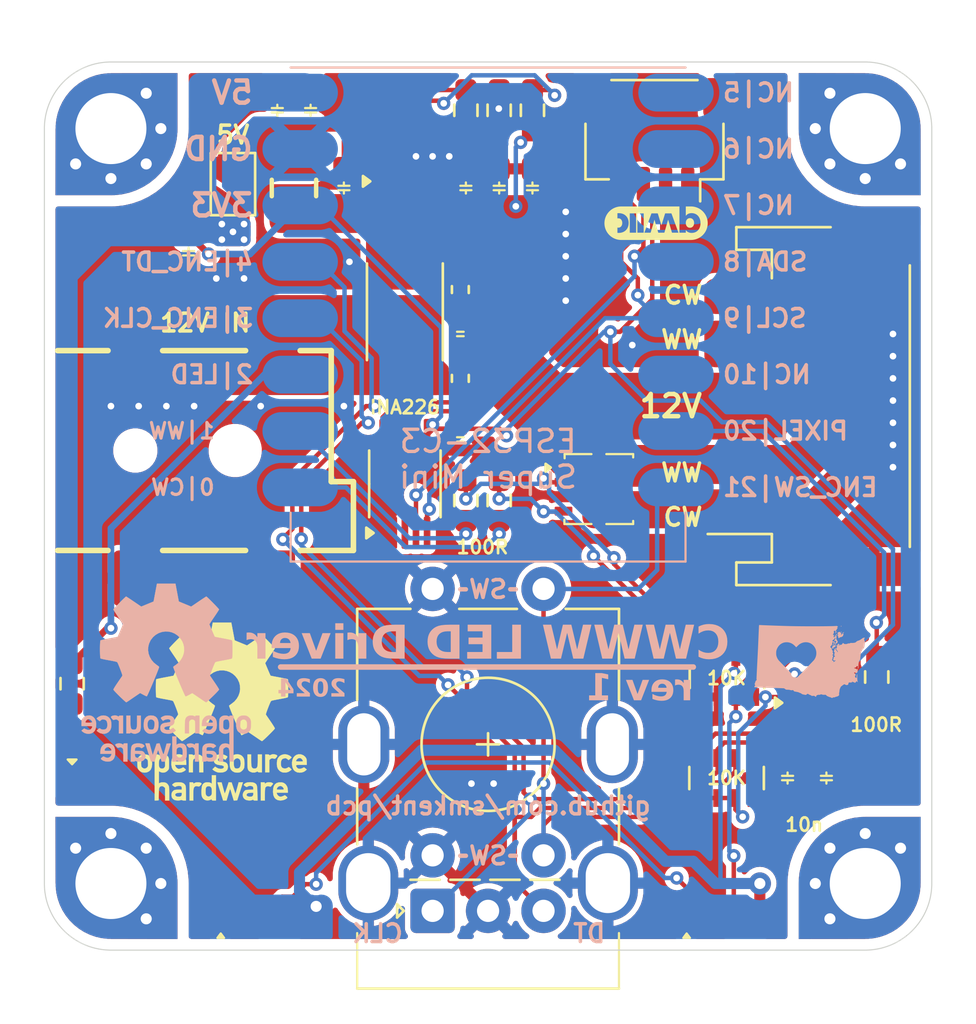
<source format=kicad_pcb>
(kicad_pcb (version 20240108) (generator "pcbnew") (generator_version "8.0")
  (layers (0 "F.Cu" signal) (31 "B.Cu" signal) (34 "B.Paste" user) (35 "F.Paste" user) (36 "B.SilkS" user "B.Silkscreen") (37 "F.SilkS" user "F.Silkscreen") (38 "B.Mask" user) (39 "F.Mask" user) (44 "Edge.Cuts" user))
  (net 0 "")
  (net 1 "GND")
  (net 2 "+3V3")
  (net 3 "+12V")
  (net 4 "Net-(U1-VBST)")
  (net 5 "/SW")
  (net 6 "+5V")
  (net 8 "Net-(LED0-A)")
  (net 9 "STATUS_LED")
  (net 10 "FB")
  (net 11 "/EN")
  (net 12 "SDA")
  (net 14 "NEOPIXEL_DATA_3V3")
  (net 15 "SCL")
  (net 16 "CW_12V")
  (net 17 "WW_12V")
  (net 18 "Net-(Q1B-G)")
  (net 19 "Net-(Q1A-G)")
  (net 20 "NEOPIXEL_DATA_5V")
  (net 21 "WW_PWM_3V3")
  (net 22 "CW_PWM_3V3")
  (net 23 "CLK")
  (net 24 "DT")
  (net 25 "BUTTON")
  (net 26 "Net-(Q2-S)")
  (net 27 "Net-(PIX1-DOUT)")
  (net 29 "12V_SHUNT")
  (net 30 "12V_SHUNT_LOW")
  (net 31 "Net-(U2-Vin+)")
  (net 33 "/BUCK_5V")
  (footprint "connectors:JST_PH_S6B-PH-SM4-TB_1x06-1MP_P2.00mm_Horizontal" (layer "F.Cu") (at 114.5 65.5 90)
    (property "Reference" "J1" (hide yes))
    (property "Value" "JST PH")
  )
  (footprint "Package_SO:VSSOP-10_3x3mm_P0.5mm" (layer "F.Cu") (at 96.25 69 90)
    (property "Reference" "U2" (hide yes))
    (property "Value" "INA226")
  )
  (footprint "passives:C_0402_1005Metric" (layer "F.Cu") (at 98.75 67 -90)
    (property "Reference" "C10" (hide yes))
    (property "Value" "0u1")
  )
  (footprint "connectors:Qwiic-SMD-horizontal-logo" (layer "F.Cu") (at 107.5 53.5 180)
    (property "Reference" "J2" (hide yes))
    (property "Value" "Qwiic")
  )
  (footprint "Resistor_SMD:R_0402_1005Metric" (layer "F.Cu") (at 98.75 64.25 90)
    (property "Reference" "R6" (hide yes))
    (property "Value" "10R")
  )
  (footprint "Resistor_SMD:R_0603_1608Metric_Pad0.98x0.95mm_HandSolder" (layer "F.Cu") (at 117.51875 77.7 90)
    (property "Reference" "R9" (hide yes))
    (property "Value" "100R")
  )
  (footprint "lcsc:LED-SK6812SIDE-A-4x1.6mm" (layer "F.Cu") (at 110.5 88.5)
    (property "Reference" "PIX1")
    (property "Value" "WS2812B-2020")
  )
  (footprint "custom:C_0603_1608Metric_Pad1.08x0.95mm_HandSolder" (layer "F.Cu") (at 115.25 82.25 -90)
    (property "Reference" "C7" (hide yes))
    (property "Value" "10n")
  )
  (footprint "mechanical:MountingHole_3.2mm_M3_Pad_Via_corner_compact" (layer "F.Cu") (at 117 53 180)
    (property "Reference" "REF**" (hide yes))
    (property "Value" "MountingHole_3.2mm_M3_Pad_Via_corner_compact" (hide yes))
  )
  (footprint "Resistor_SMD:R_0603_1608Metric_Pad0.98x0.95mm_HandSolder" (layer "F.Cu") (at 99 69.75 -90)
    (property "Reference" "R4" (hide yes))
    (property "Value" "100R")
  )
  (footprint "custom:RotaryEncoder_Alps_EC11-Switch_Combo_H20mm" (layer "F.Cu") (at 97.5 88.2325 90)
    (property "Reference" "SW1" (hide yes))
    (property "Value" "RotaryEncoder_Switch_MP")
  )
  (footprint "Jumper:SolderJumper-2_P1.3mm_Open_TrianglePad1.0x1.5mm" (layer "F.Cu") (at 88.5 55.5 -90)
    (property "Reference" "JP1" (hide yes))
    (property "Value" "SolderJumper_2_Open")
  )
  (footprint "Resistor_SMD:R_0603_1608Metric_Pad0.98x0.95mm_HandSolder" (layer "F.Cu") (at 81.25 78 90)
    (property "Reference" "R0" (hide yes))
    (property "Value" "5K1")
  )
  (footprint "passives:C_0402_1005Metric" (layer "F.Cu") (at 98.75 62.25 90)
    (property "Reference" "C9" (hide yes))
    (property "Value" "0u1")
  )
  (footprint "custom:DC-IN_DC-050-2.0-BB_rev2" (layer "F.Cu") (at 87 67.5 90)
    (property "Reference" "J0" (hide yes))
    (property "Value" "Barrel_Jack_Switch")
  )
  (footprint "packages:SOT-23" (layer "F.Cu") (at 114.76875 77.7 90)
    (property "Reference" "Q2" (hide yes))
    (property "Value" "BSS138")
  )
  (footprint "Resistor_SMD:R_Array_Convex_4x0603" (layer "F.Cu") (at 110.75 82.25 -90)
    (property "Reference" "RN2" (hide yes))
    (property "Value" "10K")
  )
  (footprint "custom:C_0603_1608Metric_Pad1.08x0.95mm_HandSolder" (layer "F.Cu") (at 86.5 58.6125 -90)
    (property "Reference" "C0" (hide yes))
    (property "Value" "22u")
  )
  (footprint "custom:LED_0603_1608Metric_Pad1.05x0.95mm_HandSolder_simple" (layer "F.Cu") (at 81.25 81.5 90)
    (property "Reference" "LED0" (hide yes))
    (property "Value" "LED_Small")
  )
  (footprint "custom:C_0603_1608Metric_Pad1.08x0.95mm_HandSolder" (layer "F.Cu") (at 113.5 82.25 -90)
    (property "Reference" "C8" (hide yes))
    (property "Value" "10n")
  )
  (footprint "Resistor_SMD:R_2512_6332Metric_Pad1.40x3.35mm_HandSolder" (layer "F.Cu") (at 96.25 61.25 90)
    (property "Reference" "SR1" (hide yes))
    (property "Value" "R040")
  )
  (footprint "lcsc:LED-SK6812SIDE-A-4x1.6mm" (layer "F.Cu") (at 89.5 88.5)
    (property "Reference" "PIX2")
    (property "Value" "WS2812B-2020")
  )
  (footprint "mechanical:MountingHole_3.2mm_M3_Pad_Via_corner_compact" (layer "F.Cu") (at 117 87 90)
    (property "Reference" "REF**" (hide yes))
    (property "Value" "MountingHole_3.2mm_M3_Pad_Via_corner_compact" (hide yes))
  )
  (footprint "lcsc:PDFN-8_L3.2-W3.1-P0.65-LS3.4-BL-EP2" (layer "F.Cu") (at 105 69.25 -90)
    (property "Reference" "Q1" (hide yes))
    (property "Value" "ZC010DNG")
  )
  (footprint "Resistor_SMD:R_0402_1005Metric" (layer "F.Cu") (at 98.75 60.25 -90)
    (property "Reference" "R7" (hide yes))
    (property "Value" "10R")
  )
  (footprint "custom:C_0603_1608Metric_Pad1.08x0.95mm_HandSolder" (layer "F.Cu") (at 100.5 55.675 90)
    (property "Reference" "C2" (hide yes))
    (property "Value" "10u")
  )
  (footprint "custom:C_0603_1608Metric_Pad1.08x0.95mm_HandSolder" (layer "F.Cu") (at 102 55.675 90)
    (property "Reference" "C1" (hide yes))
    (property "Value" "10u")
  )
  (footprint "Resistor_SMD:R_Array_Convex_4x0603" (layer "F.Cu") (at 110.76875 77.7 90)
    (property "Reference" "RN1" (hide yes))
    (property "Value" "10K")
  )
  (footprint "Resistor_SMD:R_0603_1608Metric_Pad0.98x0.95mm_HandSolder" (layer "F.Cu") (at 99 52.175 90)
    (property "Reference" "R1" (hide yes))
    (property "Value" "56K")
  )
  (footprint "Symbol:OSHW-Logo_7.5x8mm_SilkScreen" (layer "F.Cu") (at 88 79.25)
    (property "Reference" "REF**" (hide yes))
    (property "Value" "OSHW-Logo_7.5x8mm_SilkScreen" (hide yes))
  )
  (footprint "custom:SOT-23-6_Handsoldering_simple" (layer "F.Cu") (at 96.25 54.175 90)
    (property "Reference" "U1" (hide yes))
    (property "Value" "TPS563200")
  )
  (footprint "mechanical:MountingHole_3.2mm_M3_Pad_Via_corner_compact" (layer "F.Cu") (at 83 53 -90)
    (property "Reference" "REF**" (hide yes))
    (property "Value" "MountingHole_3.2mm_M3_Pad_Via_corner_compact" (hide yes))
  )
  (footprint "Resistor_SMD:R_0603_1608Metric_Pad0.98x0.95mm_HandSolder" (layer "F.Cu") (at 100.5 69.75 -90)
    (property "Reference" "R5" (hide yes))
    (property "Value" "100R")
  )
  (footprint "custom:C_0603_1608Metric_Pad1.08x0.95mm_HandSolder" (layer "F.Cu") (at 92 52.175 90)
    (property "Reference" "C5" (hide yes))
    (property "Value" "22u")
  )
  (footprint "custom:C_0603_1608Metric_Pad1.08x0.95mm_HandSolder" (layer "F.Cu") (at 93.5 55.675 -90)
    (property "Reference" "C4" (hide yes))
    (property "Value" "0u1")
  )
  (footprint "lcsc:IND-SMD_L2.5-W2.0_MHCHL2520" (layer "F.Cu") (at 91.25 55.675 90)
    (property "Reference" "L1" (hide yes))
    (property "Value" "4u7")
  )
  (footprint "Resistor_SMD:R_0603_1608Metric_Pad0.98x0.95mm_HandSolder" (layer "F.Cu") (at 102 52.175 90)
    (property "Reference" "R3" (hide yes))
    (property "Value" "10K")
  )
  (footprint "custom:C_0603_1608Metric_Pad1.08x0.95mm_HandSolder" (layer "F.Cu") (at 90.5 52.175 90)
    (property "Reference" "C6" (hide yes))
    (property "Value" "22u")
  )
  (footprint "Resistor_SMD:R_0603_1608Metric_Pad0.98x0.95mm_HandSolder" (layer "F.Cu") (at 100.5 52.175 -90)
    (property "Reference" "R2" (hide yes))
    (property "Value" "10K")
  )
  (footprint "mechanical:MountingHole_3.2mm_M3_Pad_Via_corner_compact" (layer "F.Cu") (at 83 87)
    (property "Reference" "REF**" (hide yes))
    (property "Value" "MountingHole_3.2mm_M3_Pad_Via_corner_compact" (hide yes))
  )
  (footprint "custom:C_0603_1608Metric_Pad1.08x0.95mm_HandSolder" (layer "F.Cu") (at 99 55.675 90)
    (property "Reference" "C3" (hide yes))
    (property "Value" "0u1")
  )
  (footprint "Symbol:OSHW-Logo_7.5x8mm_SilkScreen" (layer "B.Cu") (at 85.5 77.5 180)
    (property "Reference" "REF**" (hide yes))
    (property "Value" "OSHW-Logo_7.5x8mm_SilkScreen" (hide yes))
  )
  (footprint "modules:ESP32-C3-Super-Mini-Castellated-SMD-only" (layer "B.Cu") (at 100 59 180)
    (property "Reference" "SM1" (hide yes))
    (property "Value" "~")
  )
  (footprint "graphics:wa-state-heart-5mm" (layer "B.Cu") (at 114.5 77 180)
    (property "Reference" "G***" (hide yes))
    (property "Value" "LOGO" (hide yes))
  )
  (gr_line (start 101 85.75) (end 101.25 85.75) (stroke (width 0.2)) (layer "B.SilkS"))
  (gr_line (start 99 85.75) (end 98.75 85.75) (stroke (width 0.2)) (layer "B.SilkS"))
  (gr_line (start 101 73.75) (end 101.25 73.75) (stroke (width 0.2)) (layer "B.SilkS"))
  (gr_line (start 99 73.75) (end 98.75 73.75) (stroke (width 0.2)) (layer "B.SilkS"))
  (gr_line (start 109.25 77.25) (end 90.65 77.25) (stroke (width 0.25)) (layer "B.SilkS"))
  (gr_poly (pts (arc (start 117 90) (mid 119.12132 89.12132) (end 120 87)) (arc (start 120 53) (mid 119.12132 50.87868) (end 117 50)) (arc (start 83 50) (mid 80.87868 50.87868) (end 80 53)) (arc (start 80 87) (mid 80.87868 89.12132) (end 83 90))) (stroke (width 0.05)) (fill none) (layer "Edge.Cuts"))
  (gr_text "DT" (at 103.75 89.25 0) (layer "B.SilkS") (effects (font (size 0.8 0.8) (thickness 0.16) (bold yes)) (justify right mirror)))
  (gr_text "rev 1" (at 109.25 78.25 0) (layer "B.SilkS") (effects (font (size 1.2 1.2) (thickness 0.24) (bold yes)) (justify left mirror)))
  (gr_text "SW" (at 100 73.75 0) (layer "B.SilkS") (effects (font (size 0.8 0.8) (thickness 0.16) (bold yes)) (justify mirror)))
  (gr_text "ENC_SW|21" (at 110.5 69.16 0) (layer "B.SilkS") (effects (font (size 0.8 0.8) (thickness 0.16) (bold yes)) (justify right mirror)))
  (gr_text "GND" (at 89.5 53.92 0) (layer "B.SilkS") (effects (font (size 1 1) (thickness 0.2) (bold yes)) (justify left mirror)))
  (gr_text "CLK" (at 96.25 89.25 0) (layer "B.SilkS") (effects (font (size 0.8 0.8) (thickness 0.16) (bold yes)) (justify left mirror)))
  (gr_text "github.com/smkent/pcb" (at 100 83.5 0) (layer "B.SilkS") (effects (font (size 0.8 0.8) (thickness 0.16) (bold yes)) (justify mirror)))
  (gr_text "3|ENC_CLK" (at 89.5 61.54 0) (layer "B.SilkS") (effects (font (size 0.8 0.8) (thickness 0.16) (bold yes)) (justify left mirror)))
  (gr_text "4|ENC_DT" (at 89.5 59 0) (layer "B.SilkS") (effects (font (size 0.8 0.8) (thickness 0.16) (bold yes)) (justify left mirror)))
  (gr_text "SCL|9" (at 110.5 61.54 0) (layer "B.SilkS") (effects (font (size 0.8 0.8) (thickness 0.16) (bold yes)) (justify right mirror)))
  (gr_text "PIXEL|20" (at 110.5 66.62 0) (layer "B.SilkS") (effects (font (size 0.8 0.8) (thickness 0.16) (bold yes)) (justify right mirror)))
  (gr_text "3V3" (at 89.5 56.46 0) (layer "B.SilkS") (effects (font (size 1 1) (thickness 0.2) (bold yes)) (justify left mirror)))
  (gr_text "SDA|8" (at 110.5 59 0) (layer "B.SilkS") (effects (font (size 0.8 0.8) (thickness 0.16) (bold yes)) (justify right mirror)))
  (gr_text "CWWW LED Driver" (at 100 76.25 -0) (layer "B.SilkS") (effects (font (size 1.5 1.5) (thickness 0.3) (bold yes)) (justify mirror)))
  (gr_text "5V" (at 89.5 51.38 0) (layer "B.SilkS") (effects (font (size 1 1) (thickness 0.2) (bold yes)) (justify left mirror)))
  (gr_text "SW" (at 100 85.75 0) (layer "B.SilkS") (effects (font (size 0.8 0.8) (thickness 0.16) (bold yes)) (justify mirror)))
  (gr_text "NC|5" (at 110.5 51.38 0) (layer "B.SilkS") (effects (font (size 0.8 0.8) (thickness 0.16) (bold yes)) (justify right mirror)))
  (gr_text "2|LED" (at 89.5 64.08 0) (layer "B.SilkS") (effects (font (size 0.8 0.8) (thickness 0.16) (bold yes)) (justify left mirror)))
  (gr_text "2024" (at 90.5 78.25 0) (layer "B.SilkS") (effects (font (size 0.8 0.8) (thickness 0.24) (bold yes)) (justify right mirror)))
  (gr_text "1|WW" (at 87.75 66.62 0) (layer "B.SilkS") (effects (font (size 0.7 0.7) (thickness 0.14) (bold yes)) (justify left mirror)))
  (gr_text "NC|6" (at 110.5 53.92 0) (layer "B.SilkS") (effects (font (size 0.8 0.8) (thickness 0.16) (bold yes)) (justify right mirror)))
  (gr_text "NC|7" (at 110.5 56.46 0) (layer "B.SilkS") (effects (font (size 0.8 0.8) (thickness 0.16) (bold yes)) (justify right mirror)))
  (gr_text "0|CW" (at 87.75 69.16 0) (layer "B.SilkS") (effects (font (size 0.7 0.7) (thickness 0.14) (bold yes)) (justify left mirror)))
  (gr_text "NC|10" (at 110.5 64.08 0) (layer "B.SilkS") (effects (font (size 0.8 0.8) (thickness 0.16) (bold yes)) (justify right mirror)))
  (gr_text "12V IN" (at 87.25 61.75 0) (layer "F.SilkS") (effects (font (size 0.8 0.8) (thickness 0.16) (bold yes))))
  (gr_text "CW" (at 109.75 60.5 0) (layer "F.SilkS") (effects (font (size 0.8 0.8) (thickness 0.16) (bold yes)) (justify right)))
  (gr_text "10K" (at 110.75 77.75 0) (layer "F.SilkS") (effects (font (size 0.6 0.6) (thickness 0.12) (bold yes))))
  (gr_text "10n" (at 114.25 84 0) (layer "F.SilkS") (effects (font (size 0.6 0.6) (thickness 0.12) (bold yes)) (justify top)))
  (gr_text "100R" (at 99.75 71.5 0) (layer "F.SilkS") (effects (font (size 0.6 0.6) (thickness 0.12) (bold yes)) (justify top)))
  (gr_text "CW" (at 109.75 70.5 0) (layer "F.SilkS") (effects (font (size 0.8 0.8) (thickness 0.16) (bold yes)) (justify right)))
  (gr_text "100R" (at 117.5 79.5 0) (layer "F.SilkS") (effects (font (size 0.6 0.6) (thickness 0.12) (bold yes)) (justify top)))
  (gr_text "WW" (at 109.75 68.5 0) (layer "F.SilkS") (effects (font (size 0.8 0.8) (thickness 0.16) (bold yes)) (justify right)))
  (gr_text "INA226" (at 96.25 65.9 0) (layer "F.SilkS") (effects (font (size 0.6 0.6) (thickness 0.12) (bold yes)) (justify bottom)))
  (gr_text "5V" (at 88.5 53.75 0) (layer "F.SilkS") (effects (font (size 0.8 0.8) (thickness 0.16) (bold yes)) (justify bottom)))
  (gr_text "WW" (at 109.75 62.5 0) (layer "F.SilkS") (effects (font (size 0.8 0.8) (thickness 0.16) (bold yes)) (justify right)))
  (gr_text "12V" (at 109.75 65.5 0) (layer "F.SilkS") (effects (font (size 1 1) (thickness 0.2) (bold yes)) (justify right)))
  (gr_text "10K" (at 110.75 82.25 0) (layer "F.SilkS") (effects (font (size 0.6 0.6) (thickness 0.12) (bold yes))))
  (segment (start 95.3 55.525) (end 95.175 55.65) (width 0.2) (layer "F.Cu") (net 1))
  (segment (start 95.175 55.65) (end 90.1 55.65) (width 0.2) (layer "F.Cu") (net 1))
  (segment (start 96.75 66.8) (end 96.75 68.25) (width 0.2) (layer "F.Cu") (net 1))
  (via (at 89 59.75) (size 0.6) (drill 0.3) (layers "F.Cu" "B.Cu") (net 1))
  (via (at 97.5 54.25) (size 0.6) (drill 0.3) (layers "F.Cu" "B.Cu") (net 1))
  (via (at 118.25 63.25) (size 0.6) (drill 0.3) (layers "F.Cu" "B.Cu") (net 1))
  (via (at 103.5 57.75) (size 0.6) (drill 0.3) (layers "F.Cu" "B.Cu") (net 1))
  (via (at 93.5 65.5) (size 0.6) (drill 0.3) (layers "F.Cu" "B.Cu") (net 1))
  (via (at 98.25 54.25) (size 0.6) (drill 0.3) (layers "F.Cu" "B.Cu") (net 1))
  (via (at 103.5 60.75) (size 0.6) (drill 0.3) (layers "F.Cu" "B.Cu") (net 1))
  (via (at 85.5 65.5) (size 0.6) (drill 0.3) (layers "F.Cu" "B.Cu") (net 1))
  (via (at 96.75 54.25) (size 0.6) (drill 0.3) (layers "F.Cu" "B.Cu") (net 1))
  (via (at 118.25 62.25) (size 0.6) (drill 0.3) (layers "F.Cu" "B.Cu") (net 1))
  (via (at 83 65.5) (size 0.6) (drill 0.3) (layers "F.Cu" "B.Cu") (net 1))
  (via (at 118.25 66.25) (size 0.6) (drill 0.3) (layers "F.Cu" "B.Cu") (net 1))
  (via (at 118.25 68.25) (size 0.6) (drill 0.3) (layers "F.Cu" "B.Cu") (net 1))
  (via (at 106.5 62.75) (size 0.6) (drill 0.3) (layers "F.Cu" "B.Cu") (net 1))
  (via (at 93.75 59) (size 0.6) (drill 0.3) (layers "F.Cu" "B.Cu") (net 1))
  (via (at 118.25 65.25) (size 0.6) (drill 0.3) (layers "F.Cu" "B.Cu") (net 1))
  (via (at 118.25 67.25) (size 0.6) (drill 0.3) (layers "F.Cu" "B.Cu") (net 1))
  (via (at 89.75 65.5) (size 0.6) (drill 0.3) (layers "F.Cu" "B.Cu") (net 1))
  (via (at 86.75 65.5) (size 0.6) (drill 0.3) (layers "F.Cu" "B.Cu") (net 1))
  (via (at 100.25 82.5) (size 0.6) (drill 0.3) (layers "F.Cu" "B.Cu") (net 1))
  (via (at 103.5 58.75) (size 0.6) (drill 0.3) (layers "F.Cu" "B.Cu") (net 1))
  (via (at 87.75 59.75) (size 0.6) (drill 0.3) (layers "F.Cu" "B.Cu") (net 1))
  (via (at 103.5 59.75) (size 0.6) (drill 0.3) (layers "F.Cu" "B.Cu") (net 1))
  (via (at 99.25 82.5) (size 0.6) (drill 0.3) (layers "F.Cu" "B.Cu") (net 1))
  (via (at 118.25 64.25) (size 0.6) (drill 0.3) (layers "F.Cu" "B.Cu") (net 1))
  (via (at 84.25 65.5) (size 0.6) (drill 0.3) (layers "F.Cu" "B.Cu") (net 1))
  (via (at 100.482138 52.1) (size 0.6) (drill 0.3) (layers "F.Cu" "B.Cu") (net 1))
  (via (at 103.5 56.75) (size 0.6) (drill 0.3) (layers "F.Cu" "B.Cu") (net 1))
  (segment (start 111.15 83.15) (end 111.15 83.671514) (width 0.2) (layer "F.Cu") (net 2))
  (segment (start 97.5 66.33) (end 97.5 66.55) (width 0.2) (layer "F.Cu") (net 2))
  (segment (start 98.75 66.52) (end 97.53 66.52) (width 0.2) (layer "F.Cu") (net 2))
  (segment (start 100.52 66.52) (end 100.832108 66.832108) (width 0.2) (layer "F.Cu") (net 2))
  (segment (start 97.5 66.55) (end 97.25 66.8) (width 0.2) (layer "F.Cu") (net 2))
  (segment (start 112.5 78.6) (end 113.78125 78.6) (width 0.2) (layer "F.Cu") (net 2))
  (segment (start 111.96875 78.6) (end 112.5 78.6) (width 0.2) (layer "F.Cu") (net 2))
  (segment (start 105.946421 62.152108) (end 107.4 60.698529) (width 0.2) (layer "F.Cu") (net 2))
  (segment (start 105.512108 62.152108) (end 105.946421 62.152108) (width 0.2) (layer "F.Cu") (net 2))
  (segment (start 98.75 66.52) (end 97.69 66.52) (width 0.2) (layer "F.Cu") (net 2))
  (segment (start 113.78125 78.6) (end 113.81875 78.6375) (width 0.2) (layer "F.Cu") (net 2))
  (segment (start 97.53 66.52) (end 97.25 66.8) (width 0.2) (layer "F.Cu") (net 2))
  (segment (start 113.81875 78.6375) (end 113.81875 77.56875) (width 0.2) (layer "F.Cu") (net 2))
  (segment (start 111.15 83.15) (end 109.55 83.15) (width 0.2) (layer "F.Cu") (net 2))
  (segment (start 108 55.915552) (end 108 55.5) (width 0.2) (layer "F.Cu") (net 2))
  (segment (start 87.4 58.65) (end 86.5 57.75) (width 0.3) (layer "F.Cu") (net 2))
  (segment (start 98.75 66.52) (end 100.52 66.52) (width 0.2) (layer "F.Cu") (net 2))
  (segment (start 97.69 66.52) (end 97.5 66.33) (width 0.2) (layer "F.Cu") (net 2))
  (segment (start 107.4 60.698529) (end 107.4 56.515552) (width 0.2) (layer "F.Cu") (net 2))
  (segment (start 107.4 56.515552) (end 108 55.915552) (width 0.2) (layer "F.Cu") (net 2))
  (segment (start 111.15 83.671514) (end 111.475 83.996514) (width 0.2) (layer "F.Cu") (net 2))
  (segment (start 113.81875 77.56875) (end 113.813358 77.563358) (width 0.2) (layer "F.Cu") (net 2))
  (via (at 105.512108 62.152108) (size 0.6) (drill 0.3) (layers "F.Cu" "B.Cu") (net 2))
  (via (at 113.813358 77.563358) (size 0.6) (drill 0.3) (layers "F.Cu" "B.Cu") (net 2))
  (via (at 87.4 58.65) (size 0.6) (drill 0.3) (layers "F.Cu" "B.Cu") (net 2))
  (via (at 100.832108 66.832108) (size 0.6) (drill 0.3) (layers "F.Cu" "B.Cu") (net 2))
  (via (at 112.5 78.6) (size 0.6) (drill 0.3) (layers "F.Cu" "B.Cu") (net 2))
  (via (at 111.475 83.996514) (size 0.6) (drill 0.3) (layers "F.Cu" "B.Cu") (net 2))
  (via (at 97.5 66.33) (size 0.6) (drill 0.3) (layers "F.Cu" "B.Cu") (net 2))
  (segment (start 107.163654 65.25) (end 105.512108 63.598454) (width 0.2) (layer "B.Cu") (net 2))
  (segment (start 116.035171 77.563358) (end 118.25 75.348529) (width 0.2) (layer "B.Cu") (net 2))
  (segment (start 105.512108 62.152108) (end 105.229264 62.152108) (width 0.2) (layer "B.Cu") (net 2))
  (segment (start 97.88 65.95) (end 97.88 61.96) (width 0.2) (layer "B.Cu") (net 2))
  (segment (start 91.459239 56.46) (end 92.38 56.46) (width 0.3) (layer "B.Cu") (net 2))
  (segment (start 110.546346 66.22) (end 109.576346 65.25) (width 0.2) (layer "B.Cu") (net 2))
  (segment (start 87.4 58.65) (end 89.269239 58.65) (width 0.3) (layer "B.Cu") (net 2))
  (segment (start 112.535686 66.22) (end 110.546346 66.22) (width 0.2) (layer "B.Cu") (net 2))
  (segment (start 111.275 83.796514) (end 111.275 80.225) (width 0.2) (layer "B.Cu") (net 2))
  (segment (start 112.5 79) (end 112.5 78.6) (width 0.2) (layer "B.Cu") (net 2))
  (segment (start 118.25 71.934314) (end 112.535686 66.22) (width 0.2) (layer "B.Cu") (net 2))
  (segment (start 105.512108 63.598454) (end 105.512108 62.152108) (width 0.2) (layer "B.Cu") (net 2))
  (segment (start 97.5 66.33) (end 97.88 65.95) (width 0.2) (layer "B.Cu") (net 2))
  (segment (start 109.576346 65.25) (end 107.163654 65.25) (width 0.2) (layer "B.Cu") (net 2))
  (segment (start 100.832108 66.549264) (end 100.832108 66.832108) (width 0.2) (layer "B.Cu") (net 2))
  (segment (start 118.25 75.348529) (end 118.25 71.934314) (width 0.2) (layer "B.Cu") (net 2))
  (segment (start 111.275 80.225) (end 112.5 79) (width 0.2) (layer "B.Cu") (net 2))
  (segment (start 105.229264 62.152108) (end 100.832108 66.549264) (width 0.2) (layer "B.Cu") (net 2))
  (segment (start 97.88 61.96) (end 92.38 56.46) (width 0.2) (layer "B.Cu") (net 2))
  (segment (start 89.269239 58.65) (end 91.459239 56.46) (width 0.3) (layer "B.Cu") (net 2))
  (segment (start 113.813358 77.563358) (end 116.035171 77.563358) (width 0.2) (layer "B.Cu") (net 2))
  (segment (start 111.475 83.996514) (end 111.275 83.796514) (width 0.2) (layer "B.Cu") (net 2))
  (segment (start 93.5 53.565686) (end 93.5 54.8125) (width 0.2) (layer "F.Cu") (net 4))
  (segment (start 94.240686 52.825) (end 93.5 53.565686) (width 0.2) (layer "F.Cu") (net 4))
  (segment (start 95.3 52.825) (end 94.240686 52.825) (width 0.2) (layer "F.Cu") (net 4))
  (segment (start 111.16875 77.45147) (end 111.085107 77.535113) (width 0.2) (layer "F.Cu") (net 6))
  (segment (start 91.075 88.5) (end 91.544666 88.030334) (width 0.5) (layer "F.Cu") (net 6))
  (segment (start 111.16875 76.8) (end 111.16875 77.45147) (width 0.2) (layer "F.Cu") (net 6))
  (segment (start 112.25 87) (end 112.25 88.325) (width 0.5) (layer "F.Cu") (net 6))
  (segment (start 112.25 88.325) (end 112.075 88.5) (width 0.5) (layer "F.Cu") (net 6))
  (segment (start 91.544666 88.030334) (end 92.25 88.030334) (width 0.5) (layer "F.Cu") (net 6))
  (via (at 88 58) (size 0.6) (drill 0.3) (layers "F.Cu" "B.Cu") (net 6))
  (via (at 89 57.3) (size 0.6) (drill 0.3) (layers "F.Cu" "B.Cu") (net 6))
  (via (at 111.085107 77.535113) (size 0.6) (drill 0.3) (layers "F.Cu" "B.Cu") (net 6))
  (via (at 88 57.3) (size 0.6) (drill 0.3) (layers "F.Cu" "B.Cu") (net 6))
  (via (at 112.25 87) (size 1) (drill 0.5) (layers "F.Cu" "B.Cu") (net 6))
  (via (at 88.5 57.65) (size 0.6) (drill 0.3) (layers "F.Cu" "B.Cu") (net 6))
  (via (at 89 58) (size 0.6) (drill 0.3) (layers "F.Cu" "B.Cu") (net 6))
  (via (at 92.25 88.030334) (size 1) (drill 0.5) (layers "F.Cu" "B.Cu") (net 6))
  (segment (start 110.475 78.14522) (end 110.475 86.975) (width 0.2) (layer "B.Cu") (net 6))
  (segment (start 110.5 87) (end 112.25 87) (width 0.5) (layer "B.Cu") (net 6))
  (segment (start 111.085107 77.535113) (end 110.475 78.14522) (width 0.2) (layer "B.Cu") (net 6))
  (segment (start 108 86) (end 109.25 86) (width 0.5) (layer "B.Cu") (net 6))
  (segment (start 92.25 88.030334) (end 91.999997 87.780331) (width 0.5) (layer "B.Cu") (net 6))
  (segment (start 110.25 87) (end 110.5 87) (width 0.5) (layer "B.Cu") (net 6))
  (segment (start 109.25 86) (end 110.25 87) (width 0.5) (layer "B.Cu") (net 6))
  (segment (start 91.5 87.340992) (end 91.5 86.5) (width 0.5) (layer "B.Cu") (net 6))
  (segment (start 91.5 86.5) (end 97 81) (width 0.5) (layer "B.Cu") (net 6))
  (segment (start 110.475 86.975) (end 110.5 87) (width 0.2) (layer "B.Cu") (net 6))
  (segment (start 91.999997 87.780331) (end 91.939339 87.780331) (width 0.5) (layer "B.Cu") (net 6))
  (segment (start 103 81) (end 108 86) (width 0.5) (layer "B.Cu") (net 6))
  (segment (start 97 81) (end 103 81) (width 0.5) (layer "B.Cu") (net 6))
  (segment (start 91.939339 87.780331) (end 91.5 87.340992) (width 0.5) (layer "B.Cu") (net 6))
  (segment (start 81.25 78.9125) (end 81.25 80.625) (width 0.3) (layer "F.Cu") (net 8))
  (segment (start 83 75.5) (end 82.8375 75.5) (width 0.3) (layer "F.Cu") (net 9))
  (segment (start 82.8375 75.5) (end 81.25 77.0875) (width 0.3) (layer "F.Cu") (net 9))
  (via (at 83 75.5) (size 0.6) (drill 0.3) (layers "F.Cu" "B.Cu") (net 9))
  (segment (start 83 75.5) (end 83 71) (width 0.3) (layer "B.Cu") (net 9))
  (segment (start 83 71) (end 89.92 64.08) (width 0.3) (layer "B.Cu") (net 9))
  (segment (start 89.92 64.08) (end 92.38 64.08) (width 0.3) (layer "B.Cu") (net 9))
  (segment (start 98.1625 53.0875) (end 97.9 52.825) (width 0.2) (layer "F.Cu") (net 10))
  (segment (start 99 53.0875) (end 98.1625 53.0875) (width 0.2) (layer "F.Cu") (net 10))
  (segment (start 97.9 52.825) (end 97.2 52.825) (width 0.2) (layer "F.Cu") (net 10))
  (segment (start 100.5 53.0875) (end 99 53.0875) (width 0.2) (layer "F.Cu") (net 10))
  (segment (start 96.25 52.825) (end 96.25 52.336424) (width 0.2) (layer "F.Cu") (net 11))
  (segment (start 97.8825 51.745) (end 98 51.8625) (width 0.2) (layer "F.Cu") (net 11))
  (segment (start 96.841424 51.745) (end 97.8825 51.745) (width 0.2) (layer "F.Cu") (net 11))
  (segment (start 102.7625 51.2625) (end 102 51.2625) (width 0.2) (layer "F.Cu") (net 11))
  (segment (start 103 51.5) (end 102.7625 51.2625) (width 0.2) (layer "F.Cu") (net 11))
  (segment (start 96.25 52.336424) (end 96.841424 51.745) (width 0.2) (layer "F.Cu") (net 11))
  (via (at 103 51.5) (size 0.6) (drill 0.3) (layers "F.Cu" "B.Cu") (net 11))
  (via (at 98 51.8625) (size 0.6) (drill 0.3) (layers "F.Cu" "B.Cu") (net 11))
  (segment (start 99.2625 50.6) (end 98 51.8625) (width 0.2) (layer "B.Cu") (net 11))
  (segment (start 102.1 50.6) (end 99.2625 50.6) (width 0.2) (layer "B.Cu") (net 11))
  (segment (start 103 51.5) (end 102.1 50.6) (width 0.2) (layer "B.Cu") (net 11))
  (segment (start 107 58.35) (end 106.6 58.75) (width 0.2) (layer "F.Cu") (net 12))
  (segment (start 96.75 71.2) (end 96.75 69.5) (width 0.2) (layer "F.Cu") (net 12))
  (segment (start 107 55.5) (end 107 58.35) (width 0.2) (layer "F.Cu") (net 12))
  (via (at 106.6 58.75) (size 0.6) (drill 0.3) (layers "F.Cu" "B.Cu") (net 12))
  (via (at 96.75 69.5) (size 0.6) (drill 0.3) (layers "F.Cu" "B.Cu") (net 12))
  (segment (start 106.6 58.75) (end 106.85 59) (width 0.2) (layer "B.Cu") (net 12))
  (segment (start 106.6 59.65) (end 106.6 58.75) (width 0.2) (layer "B.Cu") (net 12))
  (segment (start 96.75 69.5) (end 106.6 59.65) (width 0.2) (layer "B.Cu") (net 12))
  (segment (start 106.85 59) (end 107.62 59) (width 0.2) (layer "B.Cu") (net 12))
  (segment (start 117.51875 76.7875) (end 117.51875 75.26875) (width 0.2) (layer "F.Cu") (net 14))
  (segment (start 117.51875 75.26875) (end 117.5 75.25) (width 0.2) (layer "F.Cu") (net 14))
  (via (at 117.5 75.25) (size 0.6) (drill 0.3) (layers "F.Cu" "B.Cu") (net 14))
  (segment (start 117.85 74.9) (end 117.85 72.1) (width 0.2) (layer "B.Cu") (net 14))
  (segment (start 112.37 66.62) (end 107.62 66.62) (width 0.2) (layer "B.Cu") (net 14))
  (segment (start 117.85 72.1) (end 112.37 66.62) (width 0.2) (layer "B.Cu") (net 14))
  (segment (start 117.5 75.25) (end 117.85 74.9) (width 0.2) (layer "B.Cu") (net 14))
  (segment (start 106.75 59.75) (end 106.75 60.5) (width 0.2) (layer "F.Cu") (net 15))
  (segment (start 106 55.5) (end 106 55.915552) (width 0.2) (layer "F.Cu") (net 15))
  (segment (start 106 55.915552) (end 106.6 56.515552) (width 0.2) (layer "F.Cu") (net 15))
  (segment (start 97.25 71.2) (end 97.25 70.239901) (width 0.2) (layer "F.Cu") (net 15))
  (segment (start 106.6 56.515552) (end 106.6 57.901471) (width 0.2) (layer "F.Cu") (net 15))
  (segment (start 106.6 57.901471) (end 106 58.501471) (width 0.2) (layer "F.Cu") (net 15))
  (segment (start 106 58.501471) (end 106 59) (width 0.2) (layer "F.Cu") (net 15))
  (segment (start 106 59) (end 106.75 59.75) (width 0.2) (layer "F.Cu") (net 15))
  (segment (start 97.25 70.239901) (end 97.35 70.139901) (width 0.2) (layer "F.Cu") (net 15))
  (via (at 97.35 70.139901) (size 0.6) (drill 0.3) (layers "F.Cu" "B.Cu") (net 15))
  (via (at 106.75 60.5) (size 0.6) (drill 0.3) (layers "F.Cu" "B.Cu") (net 15))
  (segment (start 97.35 70.139901) (end 97.35 69.465686) (width 0.2) (layer "B.Cu") (net 15))
  (segment (start 106.75 60.67) (end 107.62 61.54) (width 0.2) (layer "B.Cu") (net 15))
  (segment (start 105.275686 61.54) (end 107.62 61.54) (width 0.2) (layer "B.Cu") (net 15))
  (segment (start 97.35 69.465686) (end 105.275686 61.54) (width 0.2) (layer "B.Cu") (net 15))
  (segment (start 106.75 60.5) (end 106.75 60.67) (width 0.2) (layer "B.Cu") (net 15))
  (segment (start 102.5 70.25) (end 103.38 70.25) (width 0.2) (layer "F.Cu") (net 18))
  (segment (start 100.5 68.8375) (end 100.5 69.674687) (width 0.2) (layer "F.Cu") (net 18))
  (segment (start 109.3 76.8) (end 109.56875 76.8) (width 0.2) (layer "F.Cu") (net 18))
  (segment (start 103.38 70.25) (end 103.4 70.23) (width 0.2) (layer "F.Cu") (net 18))
  (segment (start 100.5 69.674687) (end 100.499687 69.675) (width 0.2) (layer "F.Cu") (net 18))
  (segment (start 104.75 72.25) (end 109.3 76.8) (width 0.2) (layer "F.Cu") (net 18))
  (via (at 104.75 72.25) (size 0.6) (drill 0.3) (layers "F.Cu" "B.Cu") (net 18))
  (via (at 102.5 70.25) (size 0.6) (drill 0.3) (layers "F.Cu" "B.Cu") (net 18))
  (via (at 100.499687 69.675) (size 0.6) (drill 0.3) (layers "F.Cu" "B.Cu") (net 18))
  (segment (start 101.925 69.675) (end 102.5 70.25) (width 0.2) (layer "B.Cu") (net 18))
  (segment (start 102.5 70.25) (end 103.032844 70.25) (width 0.2) (layer "B.Cu") (net 18))
  (segment (start 100.499687 69.675) (end 101.925 69.675) (width 0.2) (layer "B.Cu") (net 18))
  (segment (start 103.032844 70.25) (end 104.75 71.967156) (width 0.2) (layer "B.Cu") (net 18))
  (segment (start 104.75 71.967156) (end 104.75 72.25) (width 0.2) (layer "B.Cu") (net 18))
  (segment (start 110.11875 76.1) (end 110.36875 76.35) (width 0.2) (layer "F.Cu") (net 19))
  (segment (start 99 68.8375) (end 99 69.674687) (width 0.2) (layer "F.Cu") (net 19))
  (segment (start 102.68 68.93) (end 103.4 68.93) (width 0.2) (layer "F.Cu") (net 19))
  (segment (start 102.5 68.75) (end 102.68 68.93) (width 0.2) (layer "F.Cu") (net 19))
  (segment (start 110.36875 76.35) (end 110.36875 76.8) (width 0.2) (layer "F.Cu") (net 19))
  (segment (start 105.674265 72.325735) (end 105.674265 72.608579) (width 0.2) (layer "F.Cu") (net 19))
  (segment (start 99 69.674687) (end 98.999687 69.675) (width 0.2) (layer "F.Cu") (net 19))
  (segment (start 105.674265 72.608579) (end 109.165686 76.1) (width 0.2) (layer "F.Cu") (net 19))
  (segment (start 109.165686 76.1) (end 110.11875 76.1) (width 0.2) (layer "F.Cu") (net 19))
  (via (at 102.5 68.75) (size 0.6) (drill 0.3) (layers "F.Cu" "B.Cu") (net 19))
  (via (at 105.674265 72.325735) (size 0.6) (drill 0.3) (layers "F.Cu" "B.Cu") (net 19))
  (via (at 98.999687 69.675) (size 0.6) (drill 0.3) (layers "F.Cu" "B.Cu") (net 19))
  (segment (start 98.999687 69.675) (end 99.674687 69) (width 0.2) (layer "B.Cu") (net 19))
  (segment (start 102.75 69.40147) (end 102.75 69) (width 0.2) (layer "B.Cu") (net 19))
  (segment (start 99.674687 69) (end 102.25 69) (width 0.2) (layer "B.Cu") (net 19))
  (segment (start 102.75 69) (end 102.5 68.75) (width 0.2) (layer "B.Cu") (net 19))
  (segment (start 105.674265 72.325735) (end 102.75 69.40147) (width 0.2) (layer "B.Cu") (net 19))
  (segment (start 102.25 69) (end 102.5 68.75) (width 0.2) (layer "B.Cu") (net 19))
  (segment (start 111.16875 79.48125) (end 111.16875 78.6) (width 0.2) (layer "F.Cu") (net 20))
  (segment (start 113.765686 76.7625) (end 112.778186 77.75) (width 0.2) (layer "F.Cu") (net 20))
  (segment (start 111.71875 77.75) (end 111.16875 78.3) (width 0.2) (layer "F.Cu") (net 20))
  (segment (start 114.76875 76.7625) (end 113.765686 76.7625) (width 0.2) (layer "F.Cu") (net 20))
  (segment (start 111.16875 78.3) (end 111.16875 78.6) (width 0.2) (layer "F.Cu") (net 20))
  (segment (start 111.075 85.75) (end 111.075 88.5) (width 0.2) (layer "F.Cu") (net 20))
  (segment (start 112.778186 77.75) (end 111.71875 77.75) (width 0.2) (layer "F.Cu") (net 20))
  (via (at 111.16875 79.48125) (size 0.6) (drill 0.3) (layers "F.Cu" "B.Cu") (net 20))
  (via (at 111.075 85.75) (size 0.6) (drill 0.3) (layers "F.Cu" "B.Cu") (net 20))
  (segment (start 111.075 85.75) (end 110.875 85.55) (width 0.2) (layer "B.Cu") (net 20))
  (segment (start 110.875 85.55) (end 110.875 79.775) (width 0.2) (layer "B.Cu") (net 20))
  (segment (start 110.875 79.775) (end 111.16875 79.48125) (width 0.2) (layer "B.Cu") (net 20))
  (segment (start 99 70.6625) (end 99 71.25) (width 0.2) (layer "F.Cu") (net 21))
  (via (at 99 71.25) (size 0.6) (drill 0.3) (layers "F.Cu" "B.Cu") (net 21))
  (segment (start 99 71.25) (end 98.8 71.45) (width 0.2) (layer "B.Cu") (net 21))
  (segment (start 92.38 67.38) (end 92.38 66.62) (width 0.2) (layer "B.Cu") (net 21))
  (segment (start 96.45 71.45) (end 92.38 67.38) (width 0.2) (layer "B.Cu") (net 21))
  (segment (start 98.8 71.45) (end 96.45 71.45) (width 0.2) (layer "B.Cu") (net 21))
  (segment (start 100.5 70.6625) (end 100.5 71.25) (width 0.2) (layer "F.Cu") (net 22))
  (via (at 100.5 71.25) (size 0.6) (drill 0.3) (layers "F.Cu" "B.Cu") (net 22))
  (segment (start 93.594314 69.16) (end 96.284314 71.85) (width 0.2) (layer "B.Cu") (net 22))
  (segment (start 99.9 71.85) (end 100.5 71.25) (width 0.2) (layer "B.Cu") (net 22))
  (segment (start 92.38 69.16) (end 93.594314 69.16) (width 0.2) (layer "B.Cu") (net 22))
  (segment (start 96.284314 71.85) (end 99.9 71.85) (width 0.2) (layer "B.Cu") (net 22))
  (segment (start 101.9 83.2) (end 106.55 83.2) (width 0.2) (layer "F.Cu") (net 23))
  (segment (start 91.578562 71.480032) (end 91.578562 68.988595) (width 0.2) (layer "F.Cu") (net 23))
  (segment (start 112.565686 80.25) (end 112.815686 80.5) (width 0.2) (layer "F.Cu") (net 23))
  (segment (start 91.578562 68.988595) (end 94.317157 66.25) (width 0.2) (layer "F.Cu") (net 23))
  (segment (start 110.25 80.25) (end 112.565686 80.25) (width 0.2) (layer "F.Cu") (net 23))
  (segment (start 106.55 83.2) (end 108.4 81.35) (width 0.2) (layer "F.Cu") (net 23))
  (segment (start 101.6 80.892844) (end 99.049265 78.342109) (width 0.2) (layer "F.Cu") (net 23))
  (segment (start 108.4 81.35) (end 109.55 81.35) (width 0.2) (layer "F.Cu") (net 23))
  (segment (start 101.9 83.2) (end 101.6 82.9) (width 0.2) (layer "F.Cu") (net 23))
  (segment (start 99.049265 78.342109) (end 99.049265 77.700735) (width 0.2) (layer "F.Cu") (net 23))
  (segment (start 94.317157 66.25) (end 94.6 66.25) (width 0.2) (layer "F.Cu") (net 23))
  (segment (start 109.55 81.35) (end 109.55 80.95) (width 0.2) (layer "F.Cu") (net 23))
  (segment (start 101.6 82.9) (end 101.6 80.892844) (width 0.2) (layer "F.Cu") (net 23))
  (segment (start 109.55 80.95) (end 110.25 80.25) (width 0.2) (layer "F.Cu") (net 23))
  (segment (start 112.815686 80.5) (end 114.3625 80.5) (width 0.2) (layer "F.Cu") (net 23))
  (segment (start 114.3625 80.5) (end 115.25 81.3875) (width 0.2) (layer "F.Cu") (net 23))
  (via (at 101.9 83.2) (size 0.6) (drill 0.3) (layers "F.Cu" "B.Cu") (net 23))
  (via (at 91.578562 71.480032) (size 0.6) (drill 0.3) (layers "F.Cu" "B.Cu") (net 23))
  (via (at 94.6 66.25) (size 0.6) (drill 0.3) (layers "F.Cu" "B.Cu") (net 23))
  (via (at 99.049265 77.700735) (size 0.6) (drill 0.3) (layers "F.Cu" "B.Cu") (net 23))
  (segment (start 101.9 83.8325) (end 97.5 88.2325) (width 0.2) (layer "B.Cu") (net 23))
  (segment (start 94.301472 63.461472) (end 92.38 61.54) (width 0.2) (layer "B.Cu") (net 23))
  (segment (start 94.301472 65.951472) (end 94.301472 63.461472) (width 0.2) (layer "B.Cu") (net 23))
  (segment (start 91.578562 71.480032) (end 91.578562 71.762876) (width 0.2) (layer "B.Cu") (net 23))
  (segment (start 101.9 83.2) (end 101.9 83.8325) (width 0.2) (layer "B.Cu") (net 23))
  (segment (start 97.065686 77.25) (end 98.59853 77.25) (width 0.2) (layer "B.Cu") (net 23))
  (segment (start 91.578562 71.762876) (end 97.065686 77.25) (width 0.2) (layer "B.Cu") (net 23))
  (segment (start 94.6 66.25) (end 94.301472 65.951472) (width 0.2) (layer "B.Cu") (net 23))
  (segment (start 98.59853 77.25) (end 99.049265 77.700735) (width 0.2) (layer "B.Cu") (net 23))
  (segment (start 102.5 88.2325) (end 101.2 86.9325) (width 0.2) (layer "F.Cu") (net 24))
  (segment (start 112.4 80.65) (end 110.65 80.65) (width 0.2) (layer "F.Cu") (net 24))
  (segment (start 110.35 80.95) (end 110.35 81.35) (width 0.2) (layer "F.Cu") (net 24))
  (segment (start 113.1375 81.3875) (end 112.4 80.65) (width 0.2) (layer "F.Cu") (net 24))
  (segment (start 94.501471 65.5) (end 94.901472 65.5) (width 0.2) (layer "F.Cu") (net 24))
  (segment (start 90.75 71.5) (end 90.75 71.460065) (width 0.2) (layer "F.Cu") (net 24))
  (segment (start 101.2 81.05853) (end 101.2 85.098186) (width 0.2) (layer "F.Cu") (net 24))
  (segment (start 113.5 81.3875) (end 113.1375 81.3875) (width 0.2) (layer "F.Cu") (net 24))
  (segment (start 90.75 71.460065) (end 91.178562 71.031503) (width 0.2) (layer "F.Cu") (net 24))
  (segment (start 101.2 85.098186) (end 101.2 84) (width 0.2) (layer "F.Cu") (net 24))
  (segment (start 101.2 84) (end 101.948529 84) (width 0.2) (layer "F.Cu") (net 24))
  (segment (start 110.35 81.95) (end 110.35 81.35) (width 0.2) (layer "F.Cu") (net 24))
  (segment (start 108.265686 82.05) (end 110.25 82.05) (width 0.2) (layer "F.Cu") (net 24))
  (segment (start 91.178562 71.031503) (end 91.178562 68.822909) (width 0.2) (layer "F.Cu") (net 24))
  (segment (start 102.348529 83.6) (end 106.715686 83.6) (width 0.2) (layer "F.Cu") (net 24))
  (segment (start 91.178562 68.822909) (end 94.501471 65.5) (width 0.2) (layer "F.Cu") (net 24))
  (segment (start 101.2 86.9325) (end 101.2 86.25) (width 0.2) (layer "F.Cu") (net 24))
  (segment (start 101.2 86.25) (end 101.2 85.098186) (width 0.2) (layer "F.Cu") (net 24))
  (segment (start 98.195735 78.054265) (end 101.2 81.05853) (width 0.2) (layer "F.Cu") (net 24))
  (segment (start 110.25 82.05) (end 110.35 81.95) (width 0.2) (layer "F.Cu") (net 24))
  (segment (start 110.65 80.65) (end 110.35 80.95) (width 0.2) (layer "F.Cu") (net 24))
  (segment (start 106.715686 83.6) (end 108.265686 82.05) (width 0.2) (layer "F.Cu") (net 24))
  (segment (start 101.948529 84) (end 102.348529 83.6) (width 0.2) (layer "F.Cu") (net 24))
  (via (at 94.901472 65.5) (size 0.6) (drill 0.3) (layers "F.Cu" "B.Cu") (net 24))
  (via (at 98.195735 78.054265) (size 0.6) (drill 0.3) (layers "F.Cu" "B.Cu") (net 24))
  (via (at 90.75 71.5) (size 0.6) (drill 0.3) (layers "F.Cu" "B.Cu") (net 24))
  (segment (start 93.53 60.15) (end 92.38 59) (width 0.2) (layer "B.Cu") (net 24))
  (segment (start 94.75 63.344314) (end 93.53 62.124314) (width 0.2) (layer "B.Cu") (net 24))
  (segment (start 94.75 65.348528) (end 94.75 63.344314) (width 0.2) (layer "B.Cu") (net 24))
  (segment (start 90.75 71.5) (end 96.9 77.65) (width 0.2) (layer "B.Cu") (net 24))
  (segment (start 94.901472 65.5) (end 94.75 65.348528) (width 0.2) (layer "B.Cu") (net 24))
  (segment (start 96.9 77.65) (end 97.79147 77.65) (width 0.2) (layer "B.Cu") (net 24))
  (segment (start 97.79147 77.65) (end 98.195735 78.054265) (width 0.2) (layer "B.Cu") (net 24))
  (segment (start 93.53 62.124314) (end 93.53 60.15) (width 0.2) (layer "B.Cu") (net 24))
  (segment (start 111.15 81.35) (end 111.15 81.95) (width 0.2) (layer "F.Cu") (net 25))
  (segment (start 110.65 82.45) (end 108.431372 82.45) (width 0.2) (layer "F.Cu") (net 25))
  (segment (start 111.15 81.95) (end 110.65 82.45) (width 0.2) (layer "F.Cu") (net 25))
  (segment (start 108.431372 82.45) (end 106.881372 84) (width 0.2) (layer "F.Cu") (net 25))
  (segment (start 102.5 82.5) (end 102.5 73.7325) (width 0.2) (layer "F.Cu") (net 25))
  (segment (start 106.881372 84) (end 102.863872 84) (width 0.2) (layer "F.Cu") (net 25))
  (segment (start 102.5 84.363872) (end 102.5 85.7325) (width 0.2) (layer "F.Cu") (net 25))
  (segment (start 102.863872 84) (end 102.5 84.363872) (width 0.2) (layer "F.Cu") (net 25))
  (via (at 102.5 82.5) (size 0.6) (drill 0.3) (layers "F.Cu" "B.Cu") (net 25))
  (segment (start 102.5 73.7325) (end 106.7675 73.7325) (width 0.2) (layer "B.Cu") (net 25))
  (segment (start 102.5 85.7325) (end 102.5 82.5) (width 0.2) (layer "B.Cu") (net 25))
  (segment (start 106.7675 73.7325) (end 107.62 72.88) (width 0.2) (layer "B.Cu") (net 25))
  (segment (start 107.62 72.88) (end 107.62 69.16) (width 0.2) (layer "B.Cu") (net 25))
  (segment (start 115.74375 78.6125) (end 115.71875 78.6375) (width 0.2) (layer "F.Cu") (net 26))
  (segment (start 113.1625 76.8) (end 114.2375 75.725) (width 0.2) (layer "F.Cu") (net 26))
  (segment (start 115.109302 75.725) (end 115.71875 76.334448) (width 0.2) (layer "F.Cu") (net 26))
  (segment (start 117.51875 78.6125) (end 115.74375 78.6125) (width 0.2) (layer "F.Cu") (net 26))
  (segment (start 114.2375 75.725) (end 115.109302 75.725) (width 0.2) (layer "F.Cu") (net 26))
  (segment (start 115.71875 76.334448) (end 115.71875 78.6375) (width 0.2) (layer "F.Cu") (net 26))
  (segment (start 111.96875 76.8) (end 113.1625 76.8) (width 0.2) (layer "F.Cu") (net 26))
  (segment (start 90.075 88.234072) (end 90.075 88.5) (width 0.2) (layer "F.Cu") (net 27))
  (segment (start 108.925 88.5) (end 108.925 87.175) (width 0.2) (layer "F.Cu") (net 27))
  (segment (start 90.714072 87.595) (end 90.075 88.234072) (width 0.2) (layer "F.Cu") (net 27))
  (segment (start 91.202182 87.595) (end 90.714072 87.595) (width 0.2) (layer "F.Cu") (net 27))
  (segment (start 91.766851 87.030331) (end 91.202182 87.595) (width 0.2) (layer "F.Cu") (net 27))
  (segment (start 92.25 87.030331) (end 91.766851 87.030331) (width 0.2) (layer "F.Cu") (net 27))
  (segment (start 108.925 87.175) (end 108.5 86.75) (width 0.2) (layer "F.Cu") (net 27))
  (via (at 108.5 86.75) (size 0.6) (drill 0.3) (layers "F.Cu" "B.Cu") (net 27))
  (via (at 92.25 87.030331) (size 0.6) (drill 0.3) (layers "F.Cu" "B.Cu") (net 27))
  (segment (start 97.227818 81.55) (end 92.25 86.527818) (width 0.2) (layer "B.Cu") (net 27))
  (segment (start 92.25 86.527818) (end 92.25 87.030331) (width 0.2) (layer "B.Cu") (net 27))
  (segment (start 102.772182 81.55) (end 97.227818 81.55) (width 0.2) (layer "B.Cu") (net 27))
  (segment (start 108.5 86.75) (end 107.972182 86.75) (width 0.2) (layer "B.Cu") (net 27))
  (segment (start 107.972182 86.75) (end 102.772182 81.55) (width 0.2) (layer "B.Cu") (net 27))
  (segment (start 102 56.5375) (end 101.2875 56.5375) (width 0.2) (layer "F.Cu") (net 29))
  (segment (start 101.2875 56.5375) (end 101.25 56.5) (width 0.2) (layer "F.Cu") (net 29))
  (segment (start 101.467404 53.620096) (end 102 53.0875) (width 0.2) (layer "F.Cu") (net 29))
  (via (at 101.467404 53.620096) (size 0.6) (drill 0.3) (layers "F.Cu" "B.Cu") (net 29))
  (via (at 101.25 56.5) (size 0.6) (drill 0.3) (layers "F.Cu" "B.Cu") (net 29))
  (segment (start 101.467404 53.620096) (end 101.25 53.8375) (width 0.2) (layer "B.Cu") (net 29))
  (segment (start 101.25 53.8375) (end 101.25 56.5) (width 0.2) (layer "B.Cu") (net 29))
  (segment (start 96.085686 65.73) (end 96.52 65.73) (width 0.2) (layer "F.Cu") (net 30))
  (segment (start 95.75 66.8) (end 96.25 66.8) (width 0.2) (layer "F.Cu") (net 30))
  (segment (start 96.25 66.8) (end 96.25 66) (width 0.2) (layer "F.Cu") (net 30))
  (segment (start 96.25 66) (end 96.52 65.73) (width 0.2) (layer "F.Cu") (net 30))
  (segment (start 95.75 66.8) (end 95.75 66.065686) (width 0.2) (layer "F.Cu") (net 30))
  (segment (start 96.52 65.73) (end 99.28461 65.73) (width 0.2) (layer "F.Cu") (net 30))
  (segment (start 99.37 62.39) (end 98.75 61.77) (width 0.2) (layer "F.Cu") (net 30))
  (segment (start 99.37 63.794314) (end 99.37 62.39) (width 0.2) (layer "F.Cu") (net 30))
  (segment (start 99.77 64.194314) (end 99.535685 63.96) (width 0.2) (layer "F.Cu") (net 30))
  (segment (start 98.75 60.76) (end 98.75 61.77) (width 0.2) (layer "F.Cu") (net 30))
  (segment (start 99.535685 63.96) (end 99.37 63.794314) (width 0.2) (layer "F.Cu") (net 30))
  (segment (start 99.28461 65.73) (end 99.77 65.24461) (width 0.2) (layer "F.Cu") (net 30))
  (segment (start 99.77 65.24461) (end 99.77 64.194314) (width 0.2) (layer "F.Cu") (net 30))
  (segment (start 95.75 66.065686) (end 96.085686 65.73) (width 0.2) (layer "F.Cu") (net 30))
  (segment (start 98.75 62.73) (end 98.75 63.74) (width 0.2) (layer "F.Cu") (net 31))
  (segment (start 95.25 66.8) (end 95.25 66) (width 0.2) (layer "F.Cu") (net 31))
  (segment (start 99.37 65.078924) (end 99.37 64.36) (width 0.2) (layer "F.Cu") (net 31))
  (segment (start 99.118924 65.33) (end 99.37 65.078924) (width 0.2) (layer "F.Cu") (net 31))
  (segment (start 95.25 66) (end 95.92 65.33) (width 0.2) (layer "F.Cu") (net 31))
  (segment (start 99.37 64.36) (end 98.75 63.74) (width 0.2) (layer "F.Cu") (net 31))
  (segment (start 95.92 65.33) (end 99.118924 65.33) (width 0.2) (layer "F.Cu") (net 31))
  (segment (start 99 51.2625) (end 96.758239 51.2625) (width 0.2) (layer "F.Cu") (net 33))
  (segment (start 96.758239 51.2625) (end 96.275739 51.745) (width 0.2) (layer "F.Cu") (net 33))
  (segment (start 96.275739 51.745) (end 94.755 51.745) (width 0.2) (layer "F.Cu") (net 33))
  (segment (start 93.4625 53.0375) (end 92 53.0375) (width 0.2) (layer "F.Cu") (net 33))
  (segment (start 94.755 51.745) (end 93.4625 53.0375) (width 0.2) (layer "F.Cu") (net 33))
  (zone (net 5) (net_name "/SW") (layer "F.Cu") (priority 1) (connect_pads yes (clearance 0)) (min_thickness 0.25) (fill yes (thermal_gap 0.25) (thermal_bridge_width 0.5) (smoothing fillet) (radius 0.5))
    (polygon (pts (xy 96.75 54.675) (xy 95.75 54.675) (xy 95.75 56.425) (xy 94.5 56.425) (xy 94 55.925) (xy 93 55.925) (xy 92.75 56.175) (xy 90.15 56.175) (xy 90.15 57.7) (xy 94.3 57.7) (xy 94.55 57.45) (xy 96.75 57.45)))
  )
  (zone (net 1) (net_name "GND") (layer "F.Cu") (connect_pads yes (clearance 0.25)) (min_thickness 0.25) (fill yes (thermal_gap 0.5) (thermal_bridge_width 0.5) (smoothing fillet) (radius 0.5))
    (polygon (pts (xy 109.2 87.65) (xy 109.2 89.55) (xy 110.85 89.55) (xy 110.85 87.65)))
  )
  (zone (net 1) (net_name "GND") (layer "F.Cu") (connect_pads yes (clearance 0.25)) (min_thickness 0.25) (fill yes (thermal_gap 0.5) (thermal_bridge_width 0.5) (smoothing fillet) (radius 0.5))
    (polygon (pts (xy 88.2 87.6) (xy 88.2 89.5) (xy 89.85 89.5) (xy 89.85 87.6)))
  )
  (zone (net 1) (net_name "GND") (layer "F.Cu") (connect_pads yes (clearance 0)) (min_thickness 0.25) (fill yes (thermal_gap 0.5) (thermal_bridge_width 0.5) (smoothing fillet) (radius 0.5))
    (polygon (pts (xy 102.75 67.5) (xy 104.25 67.5) (xy 104.25 71) (xy 102.75 71)))
  )
  (zone (net 29) (net_name "12V_SHUNT") (layer "F.Cu") (priority 2) (connect_pads yes (clearance 0)) (min_thickness 0.25) (fill yes (thermal_gap 0.5) (thermal_bridge_width 0.5) (smoothing fillet) (radius 0.5))
    (polygon (pts (xy 94.5 60.25) (xy 94.5 57.5) (xy 97 57.5) (xy 97 55) (xy 97.5 55) (xy 98.5 56) (xy 102.5 56) (xy 102.5 63.25) (xy 103.25 64) (xy 113.5 64) (xy 113.5 67) (xy 101.75 67) (xy 100 65.25) (xy 100 64) (xy 99.25 63.25) (xy 99.25 60.5) (xy 99 60.25)))
  )
  (zone (net 6) (net_name "+5V") (layer "F.Cu") (priority 1) (connect_pads yes (clearance 0)) (min_thickness 0.25) (fill yes (thermal_gap 0.25) (thermal_bridge_width 0.5) (smoothing fillet) (radius 0.5))
    (polygon (pts (xy 87.7 57.35) (xy 87.75 57.3) (xy 87.75 56.1) (xy 89.25 56.1) (xy 89.25 57.3) (xy 89.3 57.35) (xy 89.3 58.3) (xy 87.7 58.3)))
  )
  (zone (net 30) (net_name "12V_SHUNT_LOW") (layer "F.Cu") (priority 5) (connect_pads yes (clearance 0.25)) (min_thickness 0.25) (fill yes (thermal_gap 0.5) (thermal_bridge_width 0.5))
    (polygon (pts (xy 95.6 65.65) (xy 96.55 65.65) (xy 96.55 67.55) (xy 95.6 67.55)))
  )
  (zone (net 1) (net_name "GND") (layer "F.Cu") (connect_pads yes (clearance 0.25)) (min_thickness 0.25) (fill yes (thermal_gap 0.5) (thermal_bridge_width 0.5) (smoothing fillet) (radius 0.5))
    (polygon (pts (xy 94.5 72.25) (xy 98 72.25) (xy 98 65.75) (xy 94.5 65.75)))
  )
  (zone (net 3) (net_name "+12V") (layer "F.Cu") (priority 2) (connect_pads yes (clearance 0)) (min_thickness 0.25) (fill yes (thermal_gap 0.5) (thermal_bridge_width 0.5) (smoothing fillet) (radius 0.5))
    (polygon (pts (xy 83.25 60.5) (xy 91.25 60.5) (xy 98 60.5) (xy 98 63.5) (xy 98.25 63.75) (xy 98.25 64) (xy 98.75 64.5) (xy 99 64.5) (xy 99 65) (xy 83.25 65)))
  )
  (zone (net 33) (net_name "/BUCK_5V") (layer "F.Cu") (priority 1) (connect_pads yes (clearance 0)) (min_thickness 0.25) (fill yes (thermal_gap 0.25) (thermal_bridge_width 0.5) (smoothing fillet) (radius 0.5))
    (polygon (pts (xy 92.5 55.25) (xy 92.5 52.5) (xy 89.5 52.5) (xy 87.75 54.25) (xy 87.75 55.25)))
  )
  (zone (net 17) (net_name "WW_12V") (layer "F.Cu") (priority 2) (connect_pads yes (clearance 0)) (min_thickness 0.25) (fill yes (thermal_gap 0.5) (thermal_bridge_width 0.5) (smoothing fillet) (radius 0.5))
    (polygon (pts (xy 109.75 61.65) (xy 109.75 63.75) (xy 113.5 63.75) (xy 113.75 64) (xy 113.75 67) (xy 113.5 67.25) (xy 104.25 67.25) (xy 104.25 69) (xy 114.5 69) (xy 115.5 68) (xy 115.5 62.65) (xy 114.5 61.65)))
  )
  (zone (net 16) (net_name "CW_12V") (layer "F.Cu") (priority 2) (connect_pads yes (clearance 0)) (min_thickness 0.25) (fill yes (thermal_gap 0.5) (thermal_bridge_width 0.5) (smoothing fillet) (radius 0.5))
    (polygon (pts (xy 109.75 61.35) (xy 109.75 59.75) (xy 115.25 59.75) (xy 117.25 61.75) (xy 117.25 69) (xy 115.25 71) (xy 104.25 71) (xy 104.25 69.25) (xy 114.5 69.25) (xy 115.5 68.25) (xy 115.5 62.4) (xy 114.45 61.35)))
  )
  (zone (net 1) (net_name "GND") (layers "F&B.Cu") (connect_pads (clearance 0.25)) (min_thickness 0.25) (fill yes (thermal_gap 0.25) (thermal_bridge_width 0.5))
    (polygon (pts (xy 78 48) (xy 122 48) (xy 122 92) (xy 78 92)))
  )
  (zone (net 6) (net_name "+5V") (layer "B.Cu") (priority 1) (connect_pads yes (clearance 0)) (min_thickness 0.25) (fill yes (thermal_gap 0.25) (thermal_bridge_width 0.5) (smoothing fillet) (radius 0.5))
    (polygon (pts (xy 92.25 50.5) (xy 92.25 52.2) (xy 89.3 52.2) (xy 87.75 53.75) (xy 87.75 55.75) (xy 89.3 57.3) (xy 89.3 58.3) (xy 87.7 58.3) (xy 87.7 57.45) (xy 86.5 56.25) (xy 86.5 50.5)))
  )
  (zone (net 6) (net_name "+5V") (layer "B.Cu") (priority 1) (connect_pads yes (clearance 0)) (min_thickness 0.25) (fill yes (thermal_gap 0.25) (thermal_bridge_width 0.5) (smoothing fillet) (radius 0.5))
    (polygon (pts (xy 80.5 55.5) (xy 83.5 55.5) (xy 86.5 52.5) (xy 87.75 52.5) (xy 87.75 58.3) (xy 83 58.3) (xy 81.5 59.8) (xy 81.5 79.5) (xy 89.5 87.5) (xy 93 87.5) (xy 93 90) (xy 80.5 90)))
  )
)
</source>
